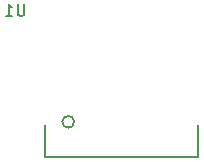
<source format=gbo>
G04 #@! TF.GenerationSoftware,KiCad,Pcbnew,(5.0.0)*
G04 #@! TF.CreationDate,2020-03-26T00:34:20-06:00*
G04 #@! TF.ProjectId,RGB_LEDController,5247425F4C4544436F6E74726F6C6C65,rev?*
G04 #@! TF.SameCoordinates,Original*
G04 #@! TF.FileFunction,Legend,Bot*
G04 #@! TF.FilePolarity,Positive*
%FSLAX46Y46*%
G04 Gerber Fmt 4.6, Leading zero omitted, Abs format (unit mm)*
G04 Created by KiCad (PCBNEW (5.0.0)) date 03/26/20 00:34:20*
%MOMM*%
%LPD*%
G01*
G04 APERTURE LIST*
%ADD10C,0.150000*%
G04 APERTURE END LIST*
D10*
G04 #@! TO.C,U1*
X137470000Y-123140000D02*
X137470000Y-120390000D01*
X124470000Y-123140000D02*
X124470000Y-120390000D01*
X124470000Y-123140000D02*
X137470000Y-123140000D01*
X126970000Y-120140000D02*
G75*
G03X126970000Y-120140000I-500000J0D01*
G01*
X122751904Y-110172380D02*
X122751904Y-110981904D01*
X122704285Y-111077142D01*
X122656666Y-111124761D01*
X122561428Y-111172380D01*
X122370952Y-111172380D01*
X122275714Y-111124761D01*
X122228095Y-111077142D01*
X122180476Y-110981904D01*
X122180476Y-110172380D01*
X121180476Y-111172380D02*
X121751904Y-111172380D01*
X121466190Y-111172380D02*
X121466190Y-110172380D01*
X121561428Y-110315238D01*
X121656666Y-110410476D01*
X121751904Y-110458095D01*
G04 #@! TD*
M02*

</source>
